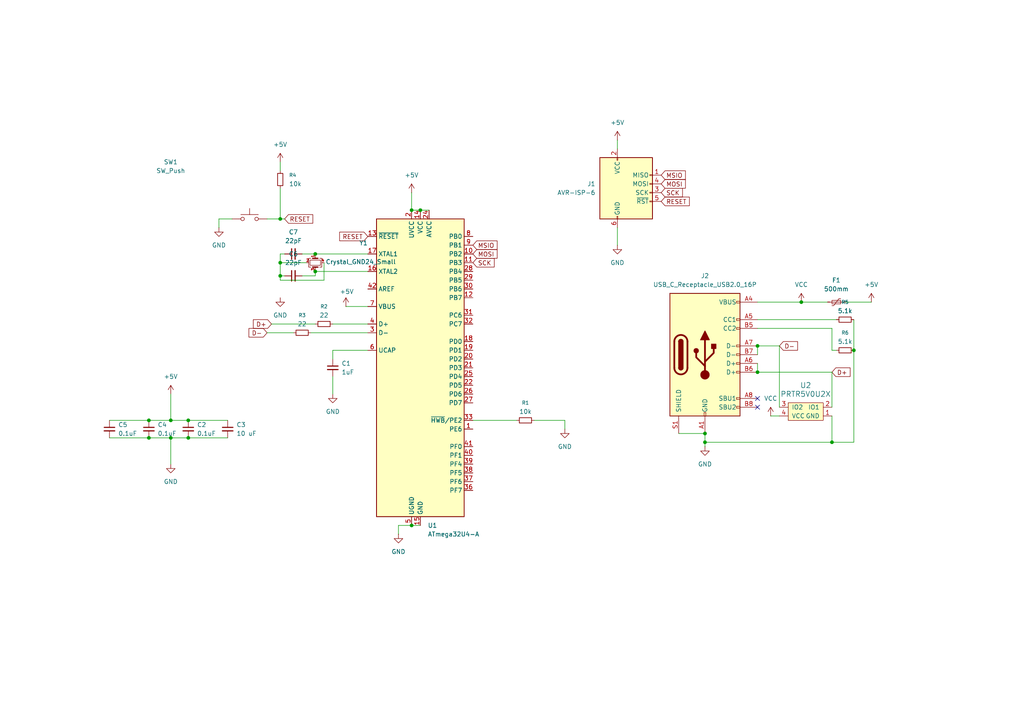
<source format=kicad_sch>
(kicad_sch (version 20250114) (generator "eeschema") (generator_version "9.0")
  (paper "A4")
  (lib_symbols
    (symbol "Connector:AVR-ISP-6" (pin_names (offset 1.016))
      (property "Reference" "J" (at -6.35 11.43 0))
      (property "Value" "AVR-ISP-6" (at 0 11.43 0))
      (symbol "AVR-ISP-6_0_1"
        (rectangle (start -2.667 10.16) (end -2.413 9.398))
        (rectangle (start -2.667 -6.858) (end -2.413 -7.62))
        (rectangle (start 7.62 10.16) (end -7.62 -7.62) (stroke (width 0.254)) (fill (type background)))
        (rectangle (start 7.62 5.207) (end 6.858 4.953))
        (rectangle (start 7.62 2.667) (end 6.858 2.413))
        (rectangle (start 7.62 0.127) (end 6.858 -0.127))
        (rectangle (start 7.62 -2.413) (end 6.858 -2.667))
      )
      (symbol "AVR-ISP-6_1_1"
        (pin passive line (at -2.54 12.7 270) (length 2.54) (name "VCC") (number "2"))
        (pin passive line (at -2.54 -10.16 90) (length 2.54) (name "GND") (number "6"))
        (pin passive line (at 10.16 5.08 180) (length 2.54) (name "MISO") (number "1"))
        (pin passive line (at 10.16 2.54 180) (length 2.54) (name "MOSI") (number "4"))
        (pin passive line (at 10.16 0 180) (length 2.54) (name "SCK") (number "3"))
        (pin passive line (at 10.16 -2.54 180) (length 2.54) (name "~{RST}") (number "5"))
      )
    )
    (symbol "Connector:USB_C_Receptacle_USB2.0_16P" (pin_names (offset 1.016))
      (property "Reference" "J" (at 0 22.225 0))
      (property "Value" "USB_C_Receptacle_USB2.0_16P" (at 0 19.685 0))
      (symbol "USB_C_Receptacle_USB2.0_16P_0_0"
        (rectangle (start -0.254 -17.78) (end 0.254 -16.764))
        (rectangle (start 10.16 15.494) (end 9.144 14.986))
        (rectangle (start 10.16 10.414) (end 9.144 9.906))
        (rectangle (start 10.16 7.874) (end 9.144 7.366))
        (rectangle (start 10.16 2.794) (end 9.144 2.286))
        (rectangle (start 10.16 0.254) (end 9.144 -0.254))
        (rectangle (start 10.16 -2.286) (end 9.144 -2.794))
        (rectangle (start 10.16 -4.826) (end 9.144 -5.334))
        (rectangle (start 10.16 -12.446) (end 9.144 -12.954))
        (rectangle (start 10.16 -14.986) (end 9.144 -15.494))
      )
      (symbol "USB_C_Receptacle_USB2.0_16P_0_1"
        (rectangle (start -10.16 17.78) (end 10.16 -17.78) (stroke (width 0.254)) (fill (type background)))
        (polyline (pts (xy -8.89 -3.81) (xy -8.89 3.81)) (stroke (width 0.508)))
        (rectangle (start -7.62 -3.81) (end -6.35 3.81) (stroke (width 0.254)) (fill (type outline)))
        (arc (start -7.62 3.81) (mid -6.985 4.4423) (end -6.35 3.81) (stroke (width 0.254)))
        (arc (start -7.62 3.81) (mid -6.985 4.4423) (end -6.35 3.81) (stroke (width 0.254)) (fill (type outline)))
        (arc (start -8.89 3.81) (mid -6.985 5.7067) (end -5.08 3.81) (stroke (width 0.508)))
        (arc (start -5.08 -3.81) (mid -6.985 -5.7067) (end -8.89 -3.81) (stroke (width 0.508)))
        (arc (start -6.35 -3.81) (mid -6.985 -4.4423) (end -7.62 -3.81) (stroke (width 0.254)))
        (arc (start -6.35 -3.81) (mid -6.985 -4.4423) (end -7.62 -3.81) (stroke (width 0.254)) (fill (type outline)))
        (polyline (pts (xy -5.08 3.81) (xy -5.08 -3.81)) (stroke (width 0.508)))
        (circle (center -2.54 1.143) (radius 0.635) (stroke (width 0.254)) (fill (type outline)))
        (polyline (pts (xy -1.27 4.318) (xy 0 6.858) (xy 1.27 4.318) (xy -1.27 4.318)) (stroke (width 0.254)) (fill (type outline)))
        (polyline (pts (xy 0 -2.032) (xy 2.54 0.508) (xy 2.54 1.778)) (stroke (width 0.508)))
        (polyline (pts (xy 0 -3.302) (xy -2.54 -0.762) (xy -2.54 0.508)) (stroke (width 0.508)))
        (polyline (pts (xy 0 -5.842) (xy 0 4.318)) (stroke (width 0.508)))
        (circle (center 0 -5.842) (radius 1.27) (fill (type outline)))
        (rectangle (start 1.905 1.778) (end 3.175 3.048) (stroke (width 0.254)) (fill (type outline)))
      )
      (symbol "USB_C_Receptacle_USB2.0_16P_1_1"
        (pin passive line (at -7.62 -22.86 90) (length 5.08) (name "SHIELD") (number "S1"))
        (pin passive line (at 0 -22.86 90) (length 5.08) (name "GND") (number "A1"))
        (pin passive line (at 0 -22.86 90) (length 5.08) (hide yes) (name "GND") (number "A12"))
        (pin passive line (at 0 -22.86 90) (length 5.08) (hide yes) (name "GND") (number "B1"))
        (pin passive line (at 0 -22.86 90) (length 5.08) (hide yes) (name "GND") (number "B12"))
        (pin passive line (at 15.24 15.24 180) (length 5.08) (name "VBUS") (number "A4"))
        (pin passive line (at 15.24 15.24 180) (length 5.08) (hide yes) (name "VBUS") (number "A9"))
        (pin passive line (at 15.24 15.24 180) (length 5.08) (hide yes) (name "VBUS") (number "B4"))
        (pin passive line (at 15.24 15.24 180) (length 5.08) (hide yes) (name "VBUS") (number "B9"))
        (pin bidirectional line (at 15.24 10.16 180) (length 5.08) (name "CC1") (number "A5"))
        (pin bidirectional line (at 15.24 7.62 180) (length 5.08) (name "CC2") (number "B5"))
        (pin bidirectional line (at 15.24 2.54 180) (length 5.08) (name "D-") (number "A7"))
        (pin bidirectional line (at 15.24 0 180) (length 5.08) (name "D-") (number "B7"))
        (pin bidirectional line (at 15.24 -2.54 180) (length 5.08) (name "D+") (number "A6"))
        (pin bidirectional line (at 15.24 -5.08 180) (length 5.08) (name "D+") (number "B6"))
        (pin bidirectional line (at 15.24 -12.7 180) (length 5.08) (name "SBU1") (number "A8"))
        (pin bidirectional line (at 15.24 -15.24 180) (length 5.08) (name "SBU2") (number "B8"))
      )
    )
    (symbol "Device:C_Small" (pin_numbers (hide yes)) (pin_names (offset 0.254) (hide yes))
      (property "Reference" "C" (at 0.254 1.778 0))
      (property "Value" "C_Small" (at 0.254 -2.032 0))
      (symbol "C_Small_0_1"
        (polyline (pts (xy -1.524 0.508) (xy 1.524 0.508)) (stroke (width 0.3048)))
        (polyline (pts (xy -1.524 -0.508) (xy 1.524 -0.508)) (stroke (width 0.3302)))
      )
      (symbol "C_Small_1_1"
        (pin passive line (at 0 2.54 270) (length 2.032) (name "~") (number "1"))
        (pin passive line (at 0 -2.54 90) (length 2.032) (name "~") (number "2"))
      )
    )
    (symbol "Device:Crystal_GND24_Small" (pin_names (offset 1.016) (hide yes))
      (property "Reference" "Y" (at 1.27 4.445 0))
      (property "Value" "Crystal_GND24_Small" (at 1.27 2.54 0))
      (symbol "Crystal_GND24_Small_0_1"
        (polyline (pts (xy -1.27 1.27) (xy -1.27 1.905) (xy 1.27 1.905) (xy 1.27 1.27)))
        (polyline (pts (xy -1.27 -0.762) (xy -1.27 0.762)) (stroke (width 0.381)))
        (polyline (pts (xy -1.27 -1.27) (xy -1.27 -1.905) (xy 1.27 -1.905) (xy 1.27 -1.27)))
        (rectangle (start -0.762 -1.524) (end 0.762 1.524))
        (polyline (pts (xy 1.27 -0.762) (xy 1.27 0.762)) (stroke (width 0.381)))
      )
      (symbol "Crystal_GND24_Small_1_1"
        (pin passive line (at -2.54 0 0) (length 1.27) (name "1") (number "1"))
        (pin passive line (at 0 2.54 270) (length 0.635) (name "4") (number "4"))
        (pin passive line (at 0 -2.54 90) (length 0.635) (name "2") (number "2"))
        (pin passive line (at 2.54 0 180) (length 1.27) (name "3") (number "3"))
      )
    )
    (symbol "Device:Polyfuse_Small" (pin_numbers (hide yes)) (pin_names (offset 0))
      (property "Reference" "F" (at -1.905 0 90))
      (property "Value" "Polyfuse_Small" (at 1.905 0 90))
      (symbol "Polyfuse_Small_0_1"
        (polyline (pts (xy -1.016 1.27) (xy -1.016 0.762) (xy 1.016 -0.762) (xy 1.016 -1.27)))
        (rectangle (start -0.508 1.27) (end 0.508 -1.27))
        (polyline (pts (xy 0 2.54) (xy 0 -2.54)))
      )
      (symbol "Polyfuse_Small_1_1"
        (pin passive line (at 0 2.54 270) (length 0.635) (name "~") (number "1"))
        (pin passive line (at 0 -2.54 90) (length 0.635) (name "~") (number "2"))
      )
    )
    (symbol "Device:R_Small" (pin_numbers (hide yes)) (pin_names (offset 0.254) (hide yes))
      (property "Reference" "R" (at 0 0 90))
      (property "Value" "R_Small" (at 1.778 0 90))
      (symbol "R_Small_0_1"
        (rectangle (start -0.762 1.778) (end 0.762 -1.778) (stroke (width 0.2032)))
      )
      (symbol "R_Small_1_1"
        (pin passive line (at 0 2.54 270) (length 0.762) (name "~") (number "1"))
        (pin passive line (at 0 -2.54 90) (length 0.762) (name "~") (number "2"))
      )
    )
    (symbol "MCU_Microchip_ATmega:ATmega32U4-A"
      (property "Reference" "U" (at -12.7 44.45 0))
      (property "Value" "ATmega32U4-A" (at 2.54 -44.45 0))
      (symbol "ATmega32U4-A_0_1"
        (rectangle (start -12.7 -43.18) (end 12.7 43.18) (stroke (width 0.254)) (fill (type background)))
      )
      (symbol "ATmega32U4-A_1_1"
        (pin input line (at -15.24 38.1 0) (length 2.54) (name "~{RESET}") (number "13"))
        (pin input line (at -15.24 33.02 0) (length 2.54) (name "XTAL1") (number "17"))
        (pin output line (at -15.24 27.94 0) (length 2.54) (name "XTAL2") (number "16"))
        (pin passive line (at -15.24 22.86 0) (length 2.54) (name "AREF") (number "42"))
        (pin input line (at -15.24 17.78 0) (length 2.54) (name "VBUS") (number "7"))
        (pin bidirectional line (at -15.24 12.7 0) (length 2.54) (name "D+") (number "4"))
        (pin bidirectional line (at -15.24 10.16 0) (length 2.54) (name "D-") (number "3"))
        (pin passive line (at -15.24 5.08 0) (length 2.54) (name "UCAP") (number "6"))
        (pin power_in line (at -2.54 45.72 270) (length 2.54) (name "UVCC") (number "2"))
        (pin passive line (at -2.54 -45.72 90) (length 2.54) (name "UGND") (number "5"))
        (pin power_in line (at 0 45.72 270) (length 2.54) (name "VCC") (number "14"))
        (pin passive line (at 0 45.72 270) (length 2.54) (hide yes) (name "VCC") (number "34"))
        (pin power_in line (at 0 -45.72 90) (length 2.54) (name "GND") (number "15"))
        (pin passive line (at 0 -45.72 90) (length 2.54) (hide yes) (name "GND") (number "23"))
        (pin passive line (at 0 -45.72 90) (length 2.54) (hide yes) (name "GND") (number "35"))
        (pin passive line (at 0 -45.72 90) (length 2.54) (hide yes) (name "GND") (number "43"))
        (pin power_in line (at 2.54 45.72 270) (length 2.54) (name "AVCC") (number "24"))
        (pin passive line (at 2.54 45.72 270) (length 2.54) (hide yes) (name "AVCC") (number "44"))
        (pin bidirectional line (at 15.24 38.1 180) (length 2.54) (name "PB0") (number "8"))
        (pin bidirectional line (at 15.24 35.56 180) (length 2.54) (name "PB1") (number "9"))
        (pin bidirectional line (at 15.24 33.02 180) (length 2.54) (name "PB2") (number "10"))
        (pin bidirectional line (at 15.24 30.48 180) (length 2.54) (name "PB3") (number "11"))
        (pin bidirectional line (at 15.24 27.94 180) (length 2.54) (name "PB4") (number "28"))
        (pin bidirectional line (at 15.24 25.4 180) (length 2.54) (name "PB5") (number "29"))
        (pin bidirectional line (at 15.24 22.86 180) (length 2.54) (name "PB6") (number "30"))
        (pin bidirectional line (at 15.24 20.32 180) (length 2.54) (name "PB7") (number "12"))
        (pin bidirectional line (at 15.24 15.24 180) (length 2.54) (name "PC6") (number "31"))
        (pin bidirectional line (at 15.24 12.7 180) (length 2.54) (name "PC7") (number "32"))
        (pin bidirectional line (at 15.24 7.62 180) (length 2.54) (name "PD0") (number "18"))
        (pin bidirectional line (at 15.24 5.08 180) (length 2.54) (name "PD1") (number "19"))
        (pin bidirectional line (at 15.24 2.54 180) (length 2.54) (name "PD2") (number "20"))
        (pin bidirectional line (at 15.24 0 180) (length 2.54) (name "PD3") (number "21"))
        (pin bidirectional line (at 15.24 -2.54 180) (length 2.54) (name "PD4") (number "25"))
        (pin bidirectional line (at 15.24 -5.08 180) (length 2.54) (name "PD5") (number "22"))
        (pin bidirectional line (at 15.24 -7.62 180) (length 2.54) (name "PD6") (number "26"))
        (pin bidirectional line (at 15.24 -10.16 180) (length 2.54) (name "PD7") (number "27"))
        (pin bidirectional line (at 15.24 -15.24 180) (length 2.54) (name "~{HWB}/PE2") (number "33"))
        (pin bidirectional line (at 15.24 -17.78 180) (length 2.54) (name "PE6") (number "1"))
        (pin bidirectional line (at 15.24 -22.86 180) (length 2.54) (name "PF0") (number "41"))
        (pin bidirectional line (at 15.24 -25.4 180) (length 2.54) (name "PF1") (number "40"))
        (pin bidirectional line (at 15.24 -27.94 180) (length 2.54) (name "PF4") (number "39"))
        (pin bidirectional line (at 15.24 -30.48 180) (length 2.54) (name "PF5") (number "38"))
        (pin bidirectional line (at 15.24 -33.02 180) (length 2.54) (name "PF6") (number "37"))
        (pin bidirectional line (at 15.24 -35.56 180) (length 2.54) (name "PF7") (number "36"))
      )
    )
    (symbol "Switch:SW_Push" (pin_numbers (hide yes)) (pin_names (offset 1.016) (hide yes))
      (property "Reference" "SW" (at 1.27 2.54 0))
      (property "Value" "SW_Push" (at 0 -1.524 0))
      (symbol "SW_Push_0_1"
        (circle (center -2.032 0) (radius 0.508))
        (polyline (pts (xy 0 1.27) (xy 0 3.048)))
        (circle (center 2.032 0) (radius 0.508))
        (polyline (pts (xy 2.54 1.27) (xy -2.54 1.27)))
        (pin passive line (at -5.08 0 0) (length 2.54) (name "1") (number "1"))
        (pin passive line (at 5.08 0 180) (length 2.54) (name "2") (number "2"))
      )
    )
    (symbol "power:+5V" (power) (pin_numbers (hide yes)) (pin_names (offset 0) (hide yes))
      (property "Value" "+5V" (at 0 3.556 0))
      (symbol "+5V_0_1"
        (polyline (pts (xy -0.762 1.27) (xy 0 2.54)))
        (polyline (pts (xy 0 2.54) (xy 0.762 1.27)))
        (polyline (pts (xy 0 0) (xy 0 2.54)))
      )
      (symbol "+5V_1_1"
        (pin power_in line (at 0 0 90) (length 0) (name "~") (number "1"))
      )
    )
    (symbol "power:GND" (power) (pin_numbers (hide yes)) (pin_names (offset 0) (hide yes))
      (property "Value" "GND" (at 0 -3.81 0))
      (symbol "GND_0_1"
        (polyline (pts (xy 0 0) (xy 0 -1.27) (xy 1.27 -1.27) (xy 0 -2.54) (xy -1.27 -1.27) (xy 0 -1.27)))
      )
      (symbol "GND_1_1"
        (pin power_in line (at 0 0 270) (length 0) (name "~") (number "1"))
      )
    )
    (symbol "power:VCC" (power) (pin_numbers (hide yes)) (pin_names (offset 0) (hide yes))
      (property "Value" "VCC" (at 0 3.556 0))
      (symbol "VCC_0_1"
        (polyline (pts (xy -0.762 1.27) (xy 0 2.54)))
        (polyline (pts (xy 0 2.54) (xy 0.762 1.27)))
        (polyline (pts (xy 0 0) (xy 0 2.54)))
      )
      (symbol "VCC_1_1"
        (pin power_in line (at 0 0 90) (length 0) (name "~") (number "1"))
      )
    )
    (symbol "random-keyboard-parts:PRTR5V0U2X" (pin_names (offset 1.016))
      (property "Reference" "U" (at 0 3.81 0))
      (property "Value" "PRTR5V0U2X" (at 0 -3.81 0))
      (symbol "PRTR5V0U2X_0_1"
        (rectangle (start -5.08 2.54) (end 5.08 -2.54) (fill (type background)))
      )
      (symbol "PRTR5V0U2X_1_1"
        (pin input line (at -7.62 1.27 0) (length 2.54) (name "GND") (number "1"))
        (pin input line (at -7.62 -1.27 0) (length 2.54) (name "IO1") (number "2"))
        (pin input line (at 7.62 1.27 180) (length 2.54) (name "VCC") (number "4"))
        (pin input line (at 7.62 -1.27 180) (length 2.54) (name "IO2") (number "3"))
      )
    )
  )
  (junction (at 119.38 60.96))
  (junction (at 119.38 152.4))
  (junction (at 43.18 121.92))
  (junction (at 81.28 63.5))
  (junction (at 43.18 127))
  (junction (at 91.44 78.74))
  (junction (at 232.41 87.63))
  (junction (at 219.71 107.95))
  (junction (at 49.53 121.92))
  (junction (at 121.92 60.96))
  (junction (at 204.47 128.27))
  (junction (at 49.53 127))
  (junction (at 247.65 101.6))
  (junction (at 54.61 121.92))
  (junction (at 91.44 73.66))
  (junction (at 81.28 80.01))
  (junction (at 81.28 76.2))
  (junction (at 204.47 125.73))
  (junction (at 241.3 128.27))
  (junction (at 54.61 127))
  (junction (at 219.71 100.33))
  (no_connect (at 219.71 118.11))
  (no_connect (at 219.71 115.57))
  (wire (pts (xy 219.71 87.63) (xy 232.41 87.63)))
  (wire (pts (xy 96.52 109.22) (xy 96.52 114.3)))
  (wire (pts (xy 119.38 152.4) (xy 121.92 152.4)))
  (wire (pts (xy 137.16 121.92) (xy 149.86 121.92)))
  (wire (pts (xy 77.47 63.5) (xy 81.28 63.5)))
  (wire (pts (xy 54.61 121.92) (xy 66.04 121.92)))
  (wire (pts (xy 63.5 66.04) (xy 63.5 63.5)))
  (wire (pts (xy 77.47 96.52) (xy 85.09 96.52)))
  (wire (pts (xy 49.53 127) (xy 54.61 127)))
  (wire (pts (xy 219.71 105.41) (xy 219.71 107.95)))
  (wire (pts (xy 232.41 87.63) (xy 240.03 87.63)))
  (wire (pts (xy 91.44 78.74) (xy 106.68 78.74)))
  (wire (pts (xy 219.71 100.33) (xy 226.06 100.33)))
  (wire (pts (xy 121.92 60.96) (xy 124.46 60.96)))
  (wire (pts (xy 96.52 93.98) (xy 106.68 93.98)))
  (wire (pts (xy 115.57 152.4) (xy 119.38 152.4)))
  (wire (pts (xy 81.28 54.61) (xy 81.28 63.5)))
  (wire (pts (xy 96.52 104.14) (xy 96.52 101.6)))
  (wire (pts (xy 204.47 128.27) (xy 241.3 128.27)))
  (wire (pts (xy 54.61 127) (xy 66.04 127)))
  (wire (pts (xy 81.28 73.66) (xy 81.28 76.2)))
  (wire (pts (xy 223.52 120.65) (xy 226.06 120.65)))
  (wire (pts (xy 196.85 125.73) (xy 204.47 125.73)))
  (wire (pts (xy 81.28 80.01) (xy 81.28 81.28)))
  (wire (pts (xy 88.9 76.2) (xy 81.28 76.2)))
  (wire (pts (xy 81.28 76.2) (xy 81.28 80.01)))
  (wire (pts (xy 82.55 80.01) (xy 81.28 80.01)))
  (wire (pts (xy 204.47 128.27) (xy 204.47 129.54)))
  (wire (pts (xy 31.75 121.92) (xy 43.18 121.92)))
  (wire (pts (xy 91.44 80.01) (xy 91.44 78.74)))
  (wire (pts (xy 241.3 128.27) (xy 247.65 128.27)))
  (wire (pts (xy 219.71 92.71) (xy 242.57 92.71)))
  (wire (pts (xy 119.38 55.88) (xy 119.38 60.96)))
  (wire (pts (xy 163.83 124.46) (xy 163.83 121.92)))
  (wire (pts (xy 219.71 107.95) (xy 241.3 107.95)))
  (wire (pts (xy 49.53 114.3) (xy 49.53 121.92)))
  (wire (pts (xy 247.65 101.6) (xy 247.65 128.27)))
  (wire (pts (xy 245.11 87.63) (xy 252.73 87.63)))
  (wire (pts (xy 119.38 60.96) (xy 121.92 60.96)))
  (wire (pts (xy 81.28 81.28) (xy 93.98 81.28)))
  (wire (pts (xy 204.47 125.73) (xy 204.47 128.27)))
  (wire (pts (xy 226.06 100.33) (xy 226.06 118.11)))
  (wire (pts (xy 43.18 121.92) (xy 49.53 121.92)))
  (wire (pts (xy 49.53 121.92) (xy 54.61 121.92)))
  (wire (pts (xy 241.3 107.95) (xy 241.3 118.11)))
  (wire (pts (xy 81.28 46.99) (xy 81.28 49.53)))
  (wire (pts (xy 63.5 63.5) (xy 67.31 63.5)))
  (wire (pts (xy 241.3 101.6) (xy 241.3 95.25)))
  (wire (pts (xy 87.63 80.01) (xy 91.44 80.01)))
  (wire (pts (xy 49.53 127) (xy 49.53 134.62)))
  (wire (pts (xy 179.07 40.64) (xy 179.07 43.18)))
  (wire (pts (xy 78.74 93.98) (xy 91.44 93.98)))
  (wire (pts (xy 82.55 73.66) (xy 81.28 73.66)))
  (wire (pts (xy 81.28 63.5) (xy 82.55 63.5)))
  (wire (pts (xy 115.57 154.94) (xy 115.57 152.4)))
  (wire (pts (xy 241.3 101.6) (xy 242.57 101.6)))
  (wire (pts (xy 219.71 100.33) (xy 219.71 102.87)))
  (wire (pts (xy 179.07 66.04) (xy 179.07 71.12)))
  (wire (pts (xy 90.17 96.52) (xy 106.68 96.52)))
  (wire (pts (xy 96.52 101.6) (xy 106.68 101.6)))
  (wire (pts (xy 154.94 121.92) (xy 163.83 121.92)))
  (wire (pts (xy 31.75 127) (xy 43.18 127)))
  (wire (pts (xy 241.3 95.25) (xy 219.71 95.25)))
  (wire (pts (xy 87.63 73.66) (xy 91.44 73.66)))
  (wire (pts (xy 241.3 120.65) (xy 241.3 128.27)))
  (wire (pts (xy 91.44 73.66) (xy 106.68 73.66)))
  (wire (pts (xy 247.65 92.71) (xy 247.65 101.6)))
  (wire (pts (xy 43.18 127) (xy 49.53 127)))
  (wire (pts (xy 100.33 88.9) (xy 106.68 88.9)))
  (wire (pts (xy 93.98 76.2) (xy 93.98 81.28)))
  (global_label "RESET" (shape input) (at 82.55 63.5 0) (property "Intersheetrefs" "${INTERSHEET_REFS}" (effects (hide yes))))
  (global_label "RESET" (shape input) (at 191.77 58.42 0) (property "Intersheetrefs" "${INTERSHEET_REFS}" (effects (hide yes))))
  (global_label "RESET" (shape input) (at 106.68 68.58 180) (property "Intersheetrefs" "${INTERSHEET_REFS}" (effects (hide yes))))
  (global_label "D-" (shape input) (at 77.47 96.52 180) (property "Intersheetrefs" "${INTERSHEET_REFS}" (effects (hide yes))))
  (global_label "D+" (shape input) (at 78.74 93.98 180) (property "Intersheetrefs" "${INTERSHEET_REFS}" (effects (hide yes))))
  (global_label "MSIO" (shape input) (at 191.77 50.8 0) (property "Intersheetrefs" "${INTERSHEET_REFS}" (effects (hide yes))))
  (global_label "MOSI" (shape input) (at 137.16 73.66 0) (property "Intersheetrefs" "${INTERSHEET_REFS}" (effects (hide yes))))
  (global_label "MOSI" (shape input) (at 191.77 53.34 0) (property "Intersheetrefs" "${INTERSHEET_REFS}" (effects (hide yes))))
  (global_label "SCK" (shape input) (at 191.77 55.88 0) (property "Intersheetrefs" "${INTERSHEET_REFS}" (effects (hide yes))))
  (global_label "D-" (shape input) (at 226.06 100.33 0) (property "Intersheetrefs" "${INTERSHEET_REFS}" (effects (hide yes))))
  (global_label "MSIO" (shape input) (at 137.16 71.12 0) (property "Intersheetrefs" "${INTERSHEET_REFS}" (effects (hide yes))))
  (global_label "D+" (shape input) (at 241.3 107.95 0) (property "Intersheetrefs" "${INTERSHEET_REFS}" (effects (hide yes))))
  (global_label "SCK" (shape input) (at 137.16 76.2 0) (property "Intersheetrefs" "${INTERSHEET_REFS}" (effects (hide yes))))
  (symbol (lib_id "Device:R_Small") (at 87.63 96.52 90) (unit 1)
    (property "Reference" "R3" (at 87.63 91.44 90) (effects (font (size 1.016 1.016))))
    (property "Value" "22" (at 87.63 93.98 90))
    (property "Description" "Resistor, small symbol" (effects (hide yes)))
  )
  (symbol (lib_id "power:+5V") (at 100.33 88.9 0) (unit 1)
    (property "Reference" "#PWR07" (effects (hide yes)))
    (property "Value" "+5V" (at 100.584 84.582 0))
    (property "Description" "Power symbol creates a global label with name \"+5V\"" (effects (hide yes)))
  )
  (symbol (lib_id "Connector:USB_C_Receptacle_USB2.0_16P") (at 204.47 102.87 0) (unit 1)
    (property "Reference" "J2" (at 204.47 80.01 0))
    (property "Value" "USB_C_Receptacle_USB2.0_16P" (at 204.47 82.55 0))
    (property "Datasheet" "https://www.usb.org/sites/default/files/documents/usb_type-c.zip" (effects (hide yes)))
    (property "Description" "USB 2.0-only 16P Type-C Receptacle connector" (effects (hide yes)))
  )
  (symbol (lib_id "Device:C_Small") (at 85.09 73.66 90) (unit 1)
    (property "Reference" "C7" (at 85.0963 67.31 90))
    (property "Value" "22pF" (at 85.0963 69.85 90))
    (property "Description" "Unpolarized capacitor, small symbol" (effects (hide yes)))
  )
  (symbol (lib_id "Device:C_Small") (at 66.04 124.46 0) (unit 1)
    (property "Reference" "C3" (at 68.58 123.1962 0) (effects (justify left)))
    (property "Value" "10 uF" (at 68.58 125.7362 0) (effects (justify left)))
    (property "Description" "Unpolarized capacitor, small symbol" (effects (hide yes)))
  )
  (symbol (lib_id "MCU_Microchip_ATmega:ATmega32U4-A") (at 121.92 106.68 0) (unit 1)
    (property "Reference" "U1" (at 124.0633 152.4 0) (effects (justify left)))
    (property "Value" "ATmega32U4-A" (at 124.0633 154.94 0) (effects (justify left)))
    (property "Footprint" "Package_QFP:TQFP-44_10x10mm_P0.8mm" (effects (hide yes)))
    (property "Datasheet" "http://ww1.microchip.com/downloads/en/DeviceDoc/Atmel-7766-8-bit-AVR-ATmega16U4-32U4_Datasheet.pdf" (effects (hide yes)))
    (property "Description" "16MHz, 32kB Flash, 2.5kB SRAM, 1kB EEPROM, USB 2.0, TQFP-44" (effects (hide yes)))
  )
  (symbol (lib_id "power:GND") (at 96.52 114.3 0) (unit 1)
    (property "Reference" "#PWR04" (effects (hide yes)))
    (property "Value" "GND" (at 96.52 119.38 0))
    (property "Description" "Power symbol creates a global label with name \"GND\" , ground" (effects (hide yes)))
  )
  (symbol (lib_id "power:VCC") (at 223.52 120.65 0) (unit 1)
    (property "Reference" "#PWR016" (effects (hide yes)))
    (property "Value" "VCC" (at 223.52 115.57 0))
    (property "Description" "Power symbol creates a global label with name \"VCC\"" (effects (hide yes)))
  )
  (symbol (lib_id "power:+5V") (at 179.07 40.64 0) (unit 1)
    (property "Reference" "#PWR011" (effects (hide yes)))
    (property "Value" "+5V" (at 179.07 35.56 0))
    (property "Description" "Power symbol creates a global label with name \"+5V\"" (effects (hide yes)))
  )
  (symbol (lib_id "Device:R_Small") (at 245.11 92.71 90) (unit 1)
    (property "Reference" "R5" (at 245.11 87.63 90) (effects (font (size 1.016 1.016))))
    (property "Value" "5.1k" (at 245.11 90.17 90))
    (property "Description" "Resistor, small symbol" (effects (hide yes)))
  )
  (symbol (lib_id "power:+5V") (at 252.73 87.63 0) (unit 1)
    (property "Reference" "#PWR014" (effects (hide yes)))
    (property "Value" "+5V" (at 252.73 82.55 0))
    (property "Description" "Power symbol creates a global label with name \"+5V\"" (effects (hide yes)))
  )
  (symbol (lib_id "Device:R_Small") (at 152.4 121.92 90) (unit 1)
    (property "Reference" "R1" (at 152.4 116.84 90) (effects (font (size 1.016 1.016))))
    (property "Value" "10k" (at 152.4 119.38 90))
    (property "Description" "Resistor, small symbol" (effects (hide yes)))
  )
  (symbol (lib_id "Device:Crystal_GND24_Small") (at 91.44 76.2 270) (unit 1)
    (property "Reference" "Y1" (at 105.41 70.4782 90))
    (property "Value" "Crystal_GND24_Small" (at 104.648 75.946 90))
    (property "Description" "Four pin crystal, GND on pins 2 and 4, small symbol" (effects (hide yes)))
  )
  (symbol (lib_id "Device:R_Small") (at 93.98 93.98 90) (unit 1)
    (property "Reference" "R2" (at 93.98 88.9 90) (effects (font (size 1.016 1.016))))
    (property "Value" "22" (at 93.98 91.44 90))
    (property "Description" "Resistor, small symbol" (effects (hide yes)))
  )
  (symbol (lib_id "power:+5V") (at 49.53 114.3 0) (unit 1)
    (property "Reference" "#PWR06" (effects (hide yes)))
    (property "Value" "+5V" (at 49.53 109.22 0))
    (property "Description" "Power symbol creates a global label with name \"+5V\"" (effects (hide yes)))
  )
  (symbol (lib_id "Device:R_Small") (at 245.11 101.6 90) (unit 1)
    (property "Reference" "R6" (at 245.11 96.52 90) (effects (font (size 1.016 1.016))))
    (property "Value" "5.1k" (at 245.11 99.06 90))
    (property "Description" "Resistor, small symbol" (effects (hide yes)))
  )
  (symbol (lib_id "Connector:AVR-ISP-6") (at 181.61 55.88 0) (unit 1)
    (property "Reference" "J1" (at 172.72 53.3399 0) (effects (justify right)))
    (property "Value" "AVR-ISP-6" (at 172.72 55.8799 0) (effects (justify right)))
    (property "Description" "Atmel 6-pin ISP connector" (effects (hide yes)))
  )
  (symbol (lib_id "power:GND") (at 81.28 86.36 0) (unit 1)
    (property "Reference" "#PWR08" (effects (hide yes)))
    (property "Value" "GND" (at 81.28 91.44 0))
    (property "Description" "Power symbol creates a global label with name \"GND\" , ground" (effects (hide yes)))
  )
  (symbol (lib_id "random-keyboard-parts:PRTR5V0U2X") (at 233.68 119.38 180) (unit 1)
    (property "Reference" "U2" (at 233.68 111.76 0) (effects (font (size 1.524 1.524))))
    (property "Value" "PRTR5V0U2X" (at 233.68 114.3 0) (effects (font (size 1.524 1.524))))
  )
  (symbol (lib_id "power:GND") (at 163.83 124.46 0) (unit 1)
    (property "Reference" "#PWR03" (effects (hide yes)))
    (property "Value" "GND" (at 163.83 129.54 0))
    (property "Description" "Power symbol creates a global label with name \"GND\" , ground" (effects (hide yes)))
  )
  (symbol (lib_id "power:+5V") (at 119.38 55.88 0) (unit 1)
    (property "Reference" "#PWR01" (effects (hide yes)))
    (property "Value" "+5V" (at 119.38 50.8 0))
    (property "Description" "Power symbol creates a global label with name \"+5V\"" (effects (hide yes)))
  )
  (symbol (lib_id "power:GND") (at 204.47 129.54 0) (unit 1)
    (property "Reference" "#PWR015" (effects (hide yes)))
    (property "Value" "GND" (at 204.47 134.62 0))
    (property "Description" "Power symbol creates a global label with name \"GND\" , ground" (effects (hide yes)))
  )
  (symbol (lib_id "Device:C_Small") (at 54.61 124.46 0) (unit 1)
    (property "Reference" "C2" (at 57.15 123.1962 0) (effects (justify left)))
    (property "Value" "0.1uF" (at 57.15 125.7362 0) (effects (justify left)))
    (property "Description" "Unpolarized capacitor, small symbol" (effects (hide yes)))
  )
  (symbol (lib_id "power:GND") (at 115.57 154.94 0) (unit 1)
    (property "Reference" "#PWR02" (effects (hide yes)))
    (property "Value" "GND" (at 115.57 160.02 0))
    (property "Description" "Power symbol creates a global label with name \"GND\" , ground" (effects (hide yes)))
  )
  (symbol (lib_id "Device:C_Small") (at 31.75 124.46 0) (unit 1)
    (property "Reference" "C5" (at 34.29 123.1962 0) (effects (justify left)))
    (property "Value" "0.1uF" (at 34.29 125.7362 0) (effects (justify left)))
    (property "Description" "Unpolarized capacitor, small symbol" (effects (hide yes)))
  )
  (symbol (lib_id "power:GND") (at 49.53 134.62 0) (unit 1)
    (property "Reference" "#PWR05" (effects (hide yes)))
    (property "Value" "GND" (at 49.53 139.7 0))
    (property "Description" "Power symbol creates a global label with name \"GND\" , ground" (effects (hide yes)))
  )
  (symbol (lib_id "power:GND") (at 63.5 66.04 0) (unit 1)
    (property "Reference" "#PWR09" (effects (hide yes)))
    (property "Value" "GND" (at 63.5 71.12 0))
    (property "Description" "Power symbol creates a global label with name \"GND\" , ground" (effects (hide yes)))
  )
  (symbol (lib_id "Device:C_Small") (at 43.18 124.46 0) (unit 1)
    (property "Reference" "C4" (at 45.72 123.1962 0) (effects (justify left)))
    (property "Value" "0.1uF" (at 45.72 125.7362 0) (effects (justify left)))
    (property "Description" "Unpolarized capacitor, small symbol" (effects (hide yes)))
  )
  (symbol (lib_id "power:GND") (at 179.07 71.12 0) (unit 1)
    (property "Reference" "#PWR012" (effects (hide yes)))
    (property "Value" "GND" (at 179.07 76.2 0))
    (property "Description" "Power symbol creates a global label with name \"GND\" , ground" (effects (hide yes)))
  )
  (symbol (lib_id "Switch:SW_Push") (at 72.39 63.5 0) (unit 1)
    (property "Reference" "SW1" (at 49.53 46.99 0))
    (property "Value" "SW_Push" (at 49.53 49.53 0))
    (property "Description" "Push button switch, generic, two pins" (effects (hide yes)))
  )
  (symbol (lib_id "power:+5V") (at 81.28 46.99 0) (unit 1)
    (property "Reference" "#PWR010" (effects (hide yes)))
    (property "Value" "+5V" (at 81.28 41.91 0))
    (property "Description" "Power symbol creates a global label with name \"+5V\"" (effects (hide yes)))
  )
  (symbol (lib_id "power:VCC") (at 232.41 87.63 0) (unit 1)
    (property "Reference" "#PWR013" (effects (hide yes)))
    (property "Value" "VCC" (at 232.41 82.55 0))
    (property "Description" "Power symbol creates a global label with name \"VCC\"" (effects (hide yes)))
  )
  (symbol (lib_id "Device:Polyfuse_Small") (at 242.57 87.63 90) (unit 1)
    (property "Reference" "F1" (at 242.57 81.28 90))
    (property "Value" "500mm" (at 242.57 83.82 90))
    (property "Description" "Resettable fuse, polymeric positive temperature coefficient, small symbol" (effects (hide yes)))
  )
  (symbol (lib_id "Device:R_Small") (at 81.28 52.07 180) (unit 1)
    (property "Reference" "R4" (at 83.82 50.7999 0) (effects (font (size 1.016 1.016)) (justify right)))
    (property "Value" "10k" (at 83.82 53.3399 0) (effects (justify right)))
    (property "Description" "Resistor, small symbol" (effects (hide yes)))
  )
  (symbol (lib_id "Device:C_Small") (at 85.09 80.01 90) (unit 1)
    (property "Reference" "C6" (at 85.0963 73.66 90))
    (property "Value" "22pF" (at 85.0963 76.2 90))
    (property "Description" "Unpolarized capacitor, small symbol" (effects (hide yes)))
  )
  (symbol (lib_id "Device:C_Small") (at 96.52 106.68 0) (unit 1)
    (property "Reference" "C1" (at 99.06 105.4162 0) (effects (justify left)))
    (property "Value" "1uF" (at 99.06 107.9562 0) (effects (justify left)))
    (property "Description" "Unpolarized capacitor, small symbol" (effects (hide yes)))
  )
)
</source>
